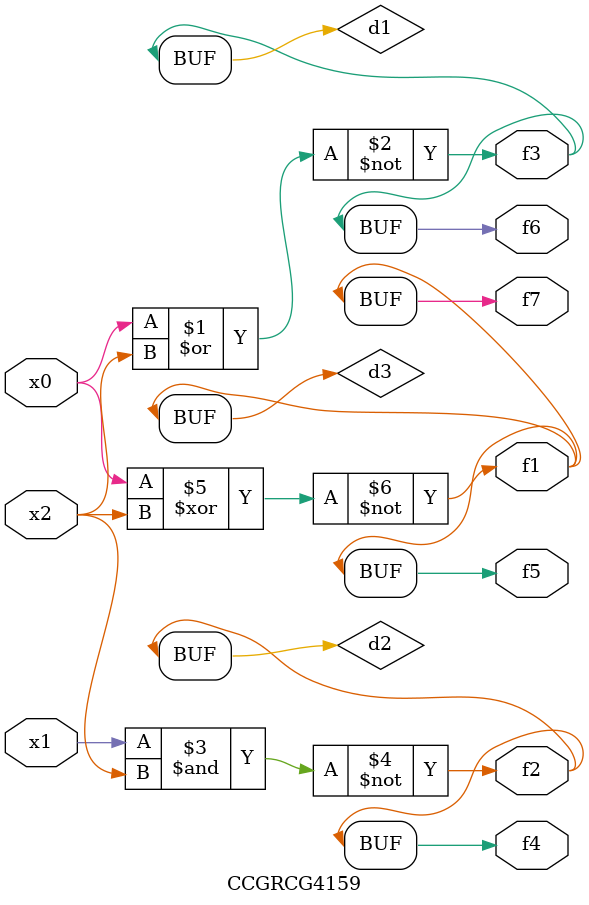
<source format=v>
module CCGRCG4159(
	input x0, x1, x2,
	output f1, f2, f3, f4, f5, f6, f7
);

	wire d1, d2, d3;

	nor (d1, x0, x2);
	nand (d2, x1, x2);
	xnor (d3, x0, x2);
	assign f1 = d3;
	assign f2 = d2;
	assign f3 = d1;
	assign f4 = d2;
	assign f5 = d3;
	assign f6 = d1;
	assign f7 = d3;
endmodule

</source>
